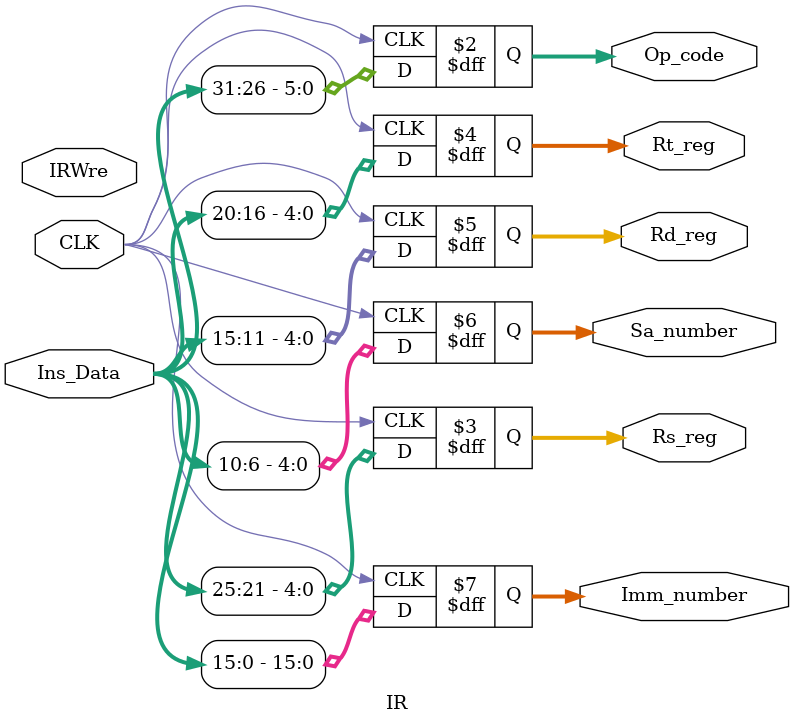
<source format=v>
`timescale 1ns / 1ps

module IR(
    input CLK,
    input [31:0] Ins_Data,
    input IRWre,
    output reg [5:0] Op_code,
    output reg [4:0] Rs_reg,
    output reg [4:0] Rt_reg,
    output reg [4:0] Rd_reg,
    output reg [4:0] Sa_number,
    output reg [15:0] Imm_number
);

    // reg [31:0] Ins_Data;
    // always@(negedge CLK) begin
    //     if (IRWre == 1)
    //         Ins_Data = Data_in;
    //     else 
    //         Ins_Data = Ins_Data;
    // end

    always@(posedge CLK) begin
        Op_code =  Ins_Data[31:26];
        Rs_reg = Ins_Data[25:21];
        Rt_reg = Ins_Data[20:16];
        Rd_reg = Ins_Data[15:11];
        Sa_number = Ins_Data[10:6];
        Imm_number = Ins_Data[15:0];   
    end

endmodule
</source>
